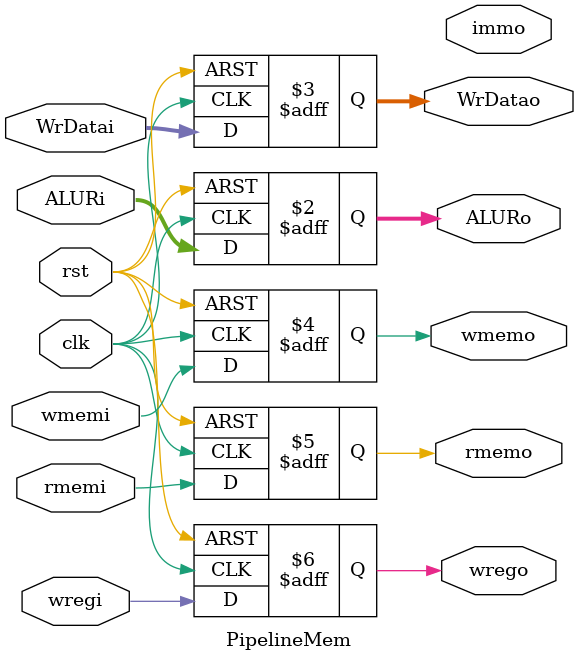
<source format=sv>
module PipelineMem(input clk, rst,
						input[31:0]ALURi,WrDatai,input wmemi,rmemi,wregi,
						output logic[31:0]ALURo,WrDatao,output logic wmemo,rmemo,wrego,immo);
		always_ff@(posedge clk or posedge rst)
		if(rst) begin
		ALURo = 32'h00;
		WrDatao = 32'h00;
		wmemo = 1'b0;
		rmemo = 1'b0;
		wrego = 1'b0;
		end
		else begin
		ALURo = ALURi;
		WrDatao = WrDatai;
		wmemo = wmemi;
		rmemo = rmemi;
		wrego = wregi;
		end
endmodule
</source>
